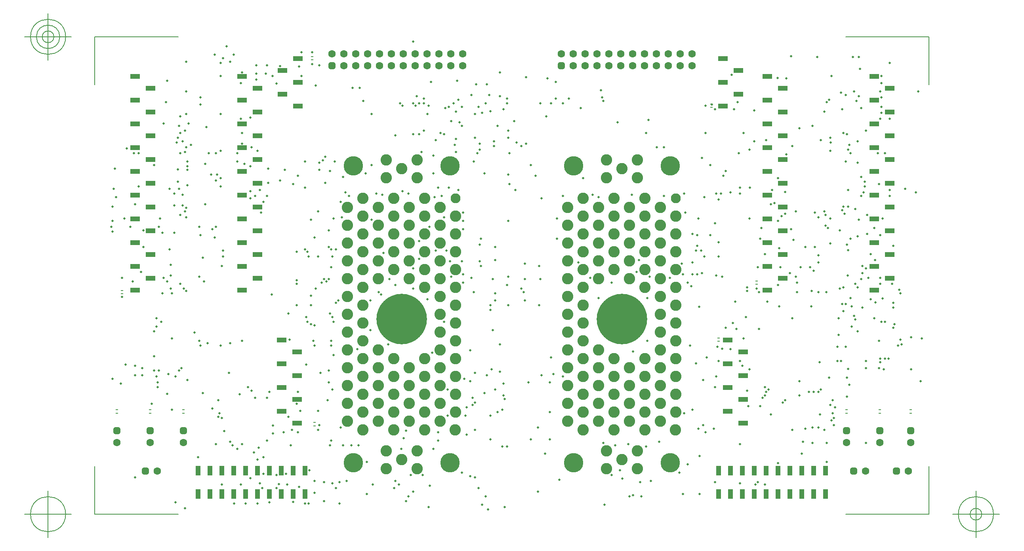
<source format=gbr>
G04 Generated by Ultiboard 14.1 *
%FSLAX24Y24*%
%MOIN*%

%ADD10C,0.0001*%
%ADD11C,0.0050*%
%ADD12R,0.0394X0.0787*%
%ADD13C,0.1630*%
%ADD14C,0.4252*%
%ADD15C,0.0953*%
%ADD16C,0.0833*%
%ADD17C,0.0633*%
%ADD18R,0.0208X0.0208*%
%ADD19C,0.0392*%
%ADD20C,0.0197*%
%ADD21R,0.0197X0.0098*%
%ADD22R,0.0787X0.0394*%


G04 ColorRGB FF00CC for the following layer *
%LNSolder Mask Top*%
%LPD*%
G54D10*
G54D11*
X-100Y-100D02*
X-100Y3920D01*
X-100Y-100D02*
X6920Y-100D01*
X70100Y-100D02*
X63080Y-100D01*
X70100Y-100D02*
X70100Y3920D01*
X70100Y40100D02*
X70100Y36080D01*
X70100Y40100D02*
X63080Y40100D01*
X-100Y40100D02*
X6920Y40100D01*
X-100Y40100D02*
X-100Y36080D01*
X-2069Y-100D02*
X-6006Y-100D01*
X-4037Y-2069D02*
X-4037Y1869D01*
X-5513Y-100D02*
G75*
D01*
G02X-5513Y-100I1476J0*
G01*
X72069Y-100D02*
X76006Y-100D01*
X74037Y-2069D02*
X74037Y1869D01*
X72561Y-100D02*
G75*
D01*
G02X72561Y-100I1476J0*
G01*
X73545Y-100D02*
G75*
D01*
G02X73545Y-100I492J0*
G01*
X-2069Y40100D02*
X-6006Y40100D01*
X-4037Y38131D02*
X-4037Y42069D01*
X-5513Y40100D02*
G75*
D01*
G02X-5513Y40100I1476J0*
G01*
X-5021Y40100D02*
G75*
D01*
G02X-5021Y40100I984J0*
G01*
X-4529Y40100D02*
G75*
D01*
G02X-4529Y40100I492J0*
G01*
G54D12*
X52400Y1600D03*
X53400Y1600D03*
X54400Y1600D03*
X55400Y1600D03*
X56400Y1600D03*
X57400Y1600D03*
X58400Y1600D03*
X59400Y1600D03*
X60400Y1600D03*
X61400Y1600D03*
X52400Y3584D03*
X53400Y3584D03*
X54400Y3584D03*
X55400Y3584D03*
X56400Y3584D03*
X57400Y3584D03*
X58400Y3584D03*
X59400Y3584D03*
X60400Y3584D03*
X61400Y3584D03*
X8600Y1600D03*
X9600Y1600D03*
X10600Y1600D03*
X11600Y1600D03*
X12600Y1600D03*
X13600Y1600D03*
X14600Y1600D03*
X15600Y1600D03*
X16600Y1600D03*
X17600Y1600D03*
X8600Y3584D03*
X9600Y3584D03*
X10600Y3584D03*
X11600Y3584D03*
X12600Y3584D03*
X13600Y3584D03*
X14600Y3584D03*
X15600Y3584D03*
X16600Y3584D03*
X17600Y3584D03*
G54D13*
X40190Y29250D03*
X48310Y29250D03*
X40190Y4250D03*
X48310Y4250D03*
X21650Y29250D03*
X29770Y29250D03*
X21650Y4250D03*
X29770Y4250D03*
G54D14*
X44250Y16325D03*
X25710Y16325D03*
G54D15*
X48800Y14500D03*
X47500Y13750D03*
X47500Y7750D03*
X48750Y7000D03*
X47500Y9250D03*
X46200Y13000D03*
X48800Y13000D03*
X48800Y19000D03*
X48800Y25000D03*
X44900Y7750D03*
X45550Y5250D03*
X45550Y3750D03*
X44900Y10750D03*
X44900Y9250D03*
X44900Y12250D03*
X44250Y29000D03*
X45550Y29750D03*
X45550Y28250D03*
X43600Y13000D03*
X43600Y11500D03*
X44250Y4500D03*
X42950Y29750D03*
X42950Y28250D03*
X39700Y7750D03*
X42950Y3750D03*
X39700Y13750D03*
X39700Y10750D03*
X39700Y9250D03*
X39700Y12250D03*
X39700Y16750D03*
X39700Y15250D03*
X39700Y18250D03*
X39700Y19750D03*
X44900Y19750D03*
X47500Y19750D03*
X41000Y20500D03*
X43600Y20500D03*
X39700Y21250D03*
X44900Y21250D03*
X47500Y21250D03*
X41000Y22000D03*
X43600Y22000D03*
X46200Y22000D03*
X39700Y22750D03*
X42300Y22750D03*
X44900Y22750D03*
X41000Y23500D03*
X43600Y23500D03*
X39700Y24250D03*
X42300Y24250D03*
X44900Y24250D03*
X41000Y25000D03*
X43600Y25000D03*
X39700Y25750D03*
X42300Y25750D03*
X44900Y25750D03*
X47500Y25750D03*
X43600Y26500D03*
X41000Y26500D03*
X41000Y14500D03*
X42300Y13750D03*
X41000Y13000D03*
X41000Y11500D03*
X42300Y12250D03*
X41000Y17500D03*
X41000Y16000D03*
X48800Y20500D03*
X47500Y15250D03*
X47500Y16750D03*
X48800Y17500D03*
X48800Y16000D03*
X48800Y23500D03*
X48800Y22000D03*
X41000Y19000D03*
X42300Y19750D03*
X46200Y19000D03*
X47500Y18250D03*
X46200Y20500D03*
X42300Y21250D03*
X47500Y22750D03*
X46200Y23500D03*
X47500Y24250D03*
X46200Y25000D03*
X46200Y26500D03*
X43600Y10000D03*
X43600Y8500D03*
X43600Y7000D03*
X42300Y7750D03*
X41000Y8500D03*
X41000Y7000D03*
X41000Y10000D03*
X42300Y10750D03*
X42300Y9250D03*
X48800Y8500D03*
X46200Y8500D03*
X46200Y7000D03*
X47500Y10750D03*
X47500Y12250D03*
X46200Y11500D03*
X46200Y10000D03*
X48800Y11500D03*
X48800Y10000D03*
X42950Y5250D03*
X30260Y13000D03*
X30260Y14500D03*
X28960Y13750D03*
X28960Y7750D03*
X30210Y7000D03*
X28960Y9250D03*
X27660Y13000D03*
X30260Y19000D03*
X30260Y25000D03*
X26360Y7750D03*
X27010Y5250D03*
X27010Y3750D03*
X26360Y10750D03*
X26360Y9250D03*
X26360Y12250D03*
X25710Y29000D03*
X27010Y29750D03*
X27010Y28250D03*
X25060Y13000D03*
X25060Y11500D03*
X25710Y4500D03*
X24410Y29750D03*
X24410Y28250D03*
X21160Y7750D03*
X24410Y3750D03*
X21160Y13750D03*
X21160Y10750D03*
X21160Y9250D03*
X21160Y12250D03*
X21160Y16750D03*
X21160Y15250D03*
X21160Y18250D03*
X21160Y19750D03*
X26360Y19750D03*
X28960Y19750D03*
X22460Y20500D03*
X25060Y20500D03*
X21160Y21250D03*
X26360Y21250D03*
X28960Y21250D03*
X22460Y22000D03*
X25060Y22000D03*
X27660Y22000D03*
X21160Y22750D03*
X23760Y22750D03*
X26360Y22750D03*
X22460Y23500D03*
X25060Y23500D03*
X21160Y24250D03*
X23760Y24250D03*
X26360Y24250D03*
X22460Y25000D03*
X25060Y25000D03*
X21160Y25750D03*
X23760Y25750D03*
X26360Y25750D03*
X28960Y25750D03*
X25060Y26500D03*
X22460Y26500D03*
X22460Y14500D03*
X23760Y13750D03*
X22460Y13000D03*
X22460Y11500D03*
X23760Y12250D03*
X22460Y17500D03*
X22460Y16000D03*
X30260Y20500D03*
X28960Y15250D03*
X28960Y16750D03*
X30260Y17500D03*
X30260Y16000D03*
X30260Y23500D03*
X30260Y22000D03*
X22460Y19000D03*
X23760Y19750D03*
X27660Y19000D03*
X28960Y18250D03*
X27660Y20500D03*
X23760Y21250D03*
X28960Y22750D03*
X27660Y23500D03*
X28960Y24250D03*
X27660Y25000D03*
X27660Y26500D03*
X25060Y10000D03*
X25060Y8500D03*
X25060Y7000D03*
X23760Y7750D03*
X22460Y8500D03*
X22460Y7000D03*
X22460Y10000D03*
X23760Y10750D03*
X23760Y9250D03*
X30260Y8500D03*
X27660Y8500D03*
X27660Y7000D03*
X28960Y10750D03*
X28960Y12250D03*
X27660Y11500D03*
X27660Y10000D03*
X30260Y11500D03*
X30260Y10000D03*
X24410Y5250D03*
G54D16*
X48800Y26500D03*
X30260Y26500D03*
G54D17*
X45140Y37660D03*
X45140Y38660D03*
X39140Y38660D03*
X42140Y37660D03*
X42140Y38660D03*
X41140Y37660D03*
X40140Y37660D03*
X40140Y38660D03*
X41140Y38660D03*
X43140Y37660D03*
X44140Y37660D03*
X43140Y38660D03*
X44140Y38660D03*
X48140Y37660D03*
X48140Y38660D03*
X46140Y37660D03*
X47140Y37660D03*
X47140Y38660D03*
X46140Y38660D03*
X49140Y37660D03*
X50140Y37660D03*
X50140Y38660D03*
X49140Y38660D03*
X25860Y37660D03*
X25860Y38660D03*
X19860Y38660D03*
X22860Y37660D03*
X22860Y38660D03*
X21860Y37660D03*
X20860Y37660D03*
X20860Y38660D03*
X21860Y38660D03*
X23860Y37660D03*
X24860Y37660D03*
X23860Y38660D03*
X24860Y38660D03*
X28860Y37660D03*
X28860Y38660D03*
X26860Y37660D03*
X27860Y37660D03*
X27860Y38660D03*
X26860Y38660D03*
X29860Y37660D03*
X30860Y37660D03*
X30860Y38660D03*
X29860Y38660D03*
X5140Y3540D03*
X4540Y5940D03*
X7340Y5940D03*
X1740Y5940D03*
X64740Y3540D03*
X68340Y3540D03*
X63140Y5940D03*
X65940Y5940D03*
X68540Y5940D03*
G54D18*
X39140Y37660D03*
X19860Y37660D03*
X4140Y3540D03*
X4540Y6940D03*
X7340Y6940D03*
X1740Y6940D03*
X63740Y3540D03*
X67340Y3540D03*
X63140Y6940D03*
X65940Y6940D03*
X68540Y6940D03*
G54D19*
X39036Y37556D02*
X39244Y37556D01*
X39244Y37764D01*
X39036Y37764D01*
X39036Y37556D01*D02*
X19756Y37556D02*
X19964Y37556D01*
X19964Y37764D01*
X19756Y37764D01*
X19756Y37556D01*D02*
X4036Y3436D02*
X4244Y3436D01*
X4244Y3644D01*
X4036Y3644D01*
X4036Y3436D01*D02*
X4436Y6836D02*
X4644Y6836D01*
X4644Y7044D01*
X4436Y7044D01*
X4436Y6836D01*D02*
X7236Y6836D02*
X7444Y6836D01*
X7444Y7044D01*
X7236Y7044D01*
X7236Y6836D01*D02*
X1636Y6836D02*
X1844Y6836D01*
X1844Y7044D01*
X1636Y7044D01*
X1636Y6836D01*D02*
X63636Y3436D02*
X63844Y3436D01*
X63844Y3644D01*
X63636Y3644D01*
X63636Y3436D01*D02*
X67236Y3436D02*
X67444Y3436D01*
X67444Y3644D01*
X67236Y3644D01*
X67236Y3436D01*D02*
X63036Y6836D02*
X63244Y6836D01*
X63244Y7044D01*
X63036Y7044D01*
X63036Y6836D01*D02*
X65836Y6836D02*
X66044Y6836D01*
X66044Y7044D01*
X65836Y7044D01*
X65836Y6836D01*D02*
X68436Y6836D02*
X68644Y6836D01*
X68644Y7044D01*
X68436Y7044D01*
X68436Y6836D01*D02*
G54D20*
X30300Y33800D03*
X33800Y32600D03*
X33182Y33818D03*
X33800Y8500D03*
X11300Y14300D03*
X12300Y14500D03*
X8800Y14100D03*
X8700Y14500D03*
X19800Y14500D03*
X18400Y15800D03*
X17800Y16100D03*
X19900Y16500D03*
X24200Y21900D03*
X5100Y15700D03*
X5500Y16100D03*
X22100Y5700D03*
X5100Y16400D03*
X21500Y5700D03*
X17900Y21600D03*
X18700Y21600D03*
X19900Y21600D03*
X10100Y28000D03*
X9700Y28500D03*
X62000Y8400D03*
X64200Y35100D03*
X66100Y35000D03*
X66000Y35500D03*
X43700Y5700D03*
X59200Y11100D03*
X66100Y34200D03*
X62700Y35400D03*
X42600Y35000D03*
X39800Y34900D03*
X38700Y34900D03*
X38500Y11700D03*
X39300Y11500D03*
X52600Y26900D03*
X64500Y20800D03*
X49300Y21000D03*
X59000Y19400D03*
X49800Y19400D03*
X12300Y32000D03*
X27400Y30400D03*
X11300Y6000D03*
X11500Y5700D03*
X11900Y5400D03*
X17600Y800D03*
X12200Y2400D03*
X16580Y920D03*
X12300Y5800D03*
X14100Y3300D03*
X13000Y2950D03*
X14100Y4700D03*
X13600Y4500D03*
X20500Y2600D03*
X19900Y2500D03*
X20500Y800D03*
X16488Y7000D03*
X13100Y10300D03*
X10600Y2400D03*
X12800Y10600D03*
X8600Y4700D03*
X19200Y2600D03*
X19200Y1000D03*
X12600Y800D03*
X28600Y31400D03*
X30800Y21200D03*
X32400Y20800D03*
X31600Y19800D03*
X32300Y21200D03*
X32300Y22600D03*
X7500Y400D03*
X20200Y2100D03*
X25100Y2100D03*
X32175Y2100D03*
X19800Y20700D03*
X10600Y20800D03*
X10100Y24100D03*
X11606Y800D03*
X17100Y2200D03*
X17900Y800D03*
X14000Y2100D03*
X31600Y35200D03*
X59000Y18600D03*
X9800Y23900D03*
X19700Y16800D03*
X16200Y16800D03*
X26300Y26900D03*
X21000Y27000D03*
X20800Y28300D03*
X17000Y28400D03*
X12500Y29400D03*
X18800Y28900D03*
X52100Y10600D03*
X61700Y11400D03*
X63200Y11400D03*
X66800Y26700D03*
X64400Y26700D03*
X52400Y22800D03*
X52400Y26400D03*
X50200Y20100D03*
X49400Y20100D03*
X63100Y35200D03*
X55800Y18600D03*
X26100Y1000D03*
X1300Y24099D03*
X2900Y24100D03*
X5300Y24100D03*
X45900Y1400D03*
X8700Y24100D03*
X46300Y5600D03*
X63800Y35500D03*
X64200Y38400D03*
X69400Y11100D03*
X69500Y14700D03*
X68600Y12100D03*
X68600Y14800D03*
X69200Y35500D03*
X45800Y2600D03*
X44100Y3600D03*
X63100Y29600D03*
X54100Y30300D03*
X50600Y23400D03*
X50600Y22500D03*
X58900Y19900D03*
X55000Y24800D03*
X50700Y24800D03*
X64600Y27000D03*
X66800Y27200D03*
X69000Y27000D03*
X49400Y1600D03*
X50800Y1600D03*
X16196Y8100D03*
X6700Y900D03*
X34700Y17500D03*
X37400Y19700D03*
X55000Y30600D03*
X29800Y21200D03*
X38800Y24800D03*
X38800Y23100D03*
X17700Y16500D03*
X57500Y22300D03*
X48300Y19800D03*
X45500Y20300D03*
X60100Y20700D03*
X57482Y17400D03*
X50739Y17361D03*
X32100Y30300D03*
X32400Y23100D03*
X33300Y12100D03*
X64400Y28300D03*
X28400Y30100D03*
X37300Y17500D03*
X37300Y20800D03*
X43400Y19400D03*
X24700Y19700D03*
X18300Y14500D03*
X52200Y11500D03*
X36100Y19700D03*
X36100Y21000D03*
X10199Y28499D03*
X6900Y27900D03*
X23200Y24700D03*
X23200Y29300D03*
X34700Y19900D03*
X64200Y24700D03*
X9500Y30300D03*
X31800Y29600D03*
X30800Y32600D03*
X66800Y37900D03*
X64400Y19700D03*
X66000Y19800D03*
X33600Y18500D03*
X33600Y21300D03*
X29700Y27400D03*
X29300Y31900D03*
X25200Y31800D03*
X60500Y22400D03*
X27500Y3200D03*
X28800Y6100D03*
X13000Y26500D03*
X51191Y21600D03*
X52700Y19900D03*
X50600Y20100D03*
X14600Y900D03*
X60800Y21100D03*
X60400Y20400D03*
X57600Y20700D03*
X57400Y19200D03*
X45700Y21300D03*
X50499Y22099D03*
X27900Y18000D03*
X55013Y27400D03*
X29500Y22100D03*
X41600Y19800D03*
X3300Y12400D03*
X3300Y11612D03*
X50100Y19100D03*
X64100Y23300D03*
X4000Y22400D03*
X6200Y22200D03*
X13600Y30500D03*
X3600Y27500D03*
X6700Y11500D03*
X13400Y26700D03*
X34000Y37100D03*
X51000Y20200D03*
X59300Y20700D03*
X46400Y14500D03*
X14268Y37000D03*
X42300Y18100D03*
X50200Y21100D03*
X7700Y29200D03*
X6200Y27300D03*
X18800Y37700D03*
X7600Y25700D03*
X10500Y36800D03*
X21600Y35800D03*
X6300Y18900D03*
X6100Y11700D03*
X31900Y3000D03*
X49100Y3400D03*
X30800Y3400D03*
X6400Y14700D03*
X37900Y33400D03*
X64000Y34700D03*
X23200Y33600D03*
X27900Y33600D03*
X9200Y29400D03*
X50200Y8700D03*
X42800Y700D03*
X20600Y7200D03*
X25200Y2700D03*
X39000Y2800D03*
X18500Y18900D03*
X44300Y2900D03*
X66400Y16100D03*
X58600Y30900D03*
X61900Y36800D03*
X18400Y1700D03*
X59200Y32400D03*
X29400Y34100D03*
X19700Y28800D03*
X11600Y38600D03*
X15500Y28000D03*
X17600Y29600D03*
X23300Y2400D03*
X30500Y34800D03*
X40800Y34100D03*
X31200Y6600D03*
X8300Y15200D03*
X46300Y32000D03*
X19300Y27800D03*
X64400Y34100D03*
X46500Y33100D03*
X56800Y26000D03*
X7700Y28900D03*
X17600Y27400D03*
X45200Y1500D03*
X3300Y3000D03*
X51700Y23400D03*
X56400Y31400D03*
X37200Y1800D03*
X2400Y24800D03*
X7700Y29600D03*
X11300Y38000D03*
X53400Y27000D03*
X50200Y23500D03*
X18800Y29500D03*
X36200Y36700D03*
X36200Y31100D03*
X33000Y300D03*
X15900Y28900D03*
X35400Y31200D03*
X35200Y33000D03*
X28400Y5400D03*
X42500Y35600D03*
X27600Y34900D03*
X4900Y29300D03*
X53800Y17800D03*
X53700Y34000D03*
X27000Y35100D03*
X30800Y34200D03*
X32200Y34200D03*
X43900Y32900D03*
X2500Y12500D03*
X19600Y23800D03*
X57100Y26100D03*
X7000Y27300D03*
X22500Y34700D03*
X11000Y39300D03*
X38200Y6200D03*
X47400Y6000D03*
X18700Y7000D03*
X25500Y2400D03*
X43400Y3200D03*
X16600Y27700D03*
X13400Y9700D03*
X32800Y1400D03*
X13800Y27200D03*
X26700Y39700D03*
X47200Y30800D03*
X65500Y24000D03*
X63300Y30600D03*
X51300Y32000D03*
X34700Y31600D03*
X32300Y31100D03*
X55900Y9000D03*
X57400Y4200D03*
X49500Y8400D03*
X49800Y4100D03*
X23100Y15400D03*
X28050Y24100D03*
X6600Y23600D03*
X51000Y29900D03*
X53000Y28800D03*
X53000Y15600D03*
X51100Y11200D03*
X30600Y32900D03*
X5700Y32800D03*
X12200Y36200D03*
X7000Y32600D03*
X5400Y24800D03*
X7300Y25900D03*
X6000Y19500D03*
X7100Y19300D03*
X54400Y12400D03*
X44800Y5800D03*
X44900Y1400D03*
X64500Y20200D03*
X5900Y34600D03*
X31900Y11800D03*
X30300Y11500D03*
X52800Y28400D03*
X8800Y34400D03*
X54200Y12800D03*
X54200Y26900D03*
X47800Y30800D03*
X12200Y33200D03*
X37500Y11600D03*
X36600Y29300D03*
X32300Y30600D03*
X30200Y31000D03*
X32500Y700D03*
X21100Y2700D03*
X14400Y9700D03*
X11200Y11800D03*
X5200Y11000D03*
X1500Y27300D03*
X1600Y29000D03*
X37800Y5000D03*
X34800Y30300D03*
X30300Y30400D03*
X41000Y28200D03*
X33600Y10400D03*
X36000Y18600D03*
X33200Y17500D03*
X28000Y500D03*
X19800Y6100D03*
X11900Y30300D03*
X10500Y28200D03*
X16300Y14600D03*
X18700Y8600D03*
X28500Y26600D03*
X54500Y32000D03*
X54200Y27400D03*
X64700Y27500D03*
X53600Y16000D03*
X34400Y9600D03*
X34300Y9900D03*
X18100Y24700D03*
X19900Y10400D03*
X22800Y4300D03*
X31800Y18600D03*
X65550Y21300D03*
X13000Y29200D03*
X34400Y500D03*
X34200Y5600D03*
X34600Y5600D03*
X33600Y17900D03*
X1400Y11300D03*
X1400Y24600D03*
X1400Y23700D03*
X1400Y25800D03*
X1700Y26600D03*
X10500Y27500D03*
X10100Y30300D03*
X28100Y2300D03*
X26300Y1400D03*
X22800Y1600D03*
X34000Y11900D03*
X25900Y6300D03*
X38300Y13100D03*
X38300Y34500D03*
X39300Y34500D03*
X14900Y6700D03*
X14882Y7360D03*
X42700Y34700D03*
X4900Y15300D03*
X31700Y9700D03*
X32700Y10100D03*
X34200Y8700D03*
X10700Y22100D03*
X13300Y5100D03*
X16100Y2400D03*
X32900Y11600D03*
X17700Y12500D03*
X6900Y28950D03*
X9000Y21500D03*
X14100Y26200D03*
X46700Y2700D03*
X61800Y22700D03*
X3300Y26000D03*
X26700Y1800D03*
X26500Y3200D03*
X6875Y31600D03*
X7500Y30400D03*
X7100Y30300D03*
X66000Y33200D03*
X64900Y23500D03*
X53500Y36900D03*
X37000Y28400D03*
X32700Y28600D03*
X31900Y31600D03*
X31900Y33600D03*
X33100Y35200D03*
X34600Y34900D03*
X30300Y31500D03*
X33500Y30900D03*
X35800Y30900D03*
X33600Y22400D03*
X35800Y18900D03*
X33400Y19700D03*
X64700Y27900D03*
X33200Y17100D03*
X65900Y27700D03*
X68100Y27300D03*
X67100Y17300D03*
X64500Y17300D03*
X62500Y15000D03*
X62500Y16400D03*
X58600Y16400D03*
X51700Y29300D03*
X49500Y26900D03*
X41800Y26800D03*
X33500Y31300D03*
X7600Y35500D03*
X18100Y15900D03*
X20000Y16100D03*
X9400Y14300D03*
X38700Y36300D03*
X20100Y29600D03*
X10500Y14100D03*
X18400Y14100D03*
X19800Y14100D03*
X20600Y26200D03*
X18700Y25400D03*
X24100Y26800D03*
X21300Y26700D03*
X22700Y28600D03*
X13900Y25300D03*
X29700Y34200D03*
X29000Y32000D03*
X50909Y22091D03*
X63300Y22150D03*
X44900Y24200D03*
X7700Y11200D03*
X31500Y11100D03*
X38200Y8500D03*
X36400Y11000D03*
X38200Y11000D03*
X31500Y13700D03*
X66100Y33700D03*
X30400Y36400D03*
X31500Y3100D03*
X32000Y36100D03*
X66200Y18075D03*
X46600Y19900D03*
X33400Y15400D03*
X63800Y16600D03*
X66000Y23400D03*
X66000Y19300D03*
X63900Y19300D03*
X61800Y24800D03*
X60800Y24900D03*
X61800Y30500D03*
X34000Y35100D03*
X34000Y14200D03*
X13000Y27100D03*
X60800Y21700D03*
X52100Y34000D03*
X14850Y36800D03*
X52200Y20000D03*
X14500Y27800D03*
X58400Y20200D03*
X52400Y12800D03*
X50500Y12600D03*
X15200Y36161D03*
X14400Y26700D03*
X28200Y36300D03*
X32900Y36100D03*
X32500Y33700D03*
X33200Y8200D03*
X33200Y6200D03*
X31100Y8200D03*
X36600Y6200D03*
X56300Y10600D03*
X56300Y21800D03*
X59700Y22400D03*
X18500Y36000D03*
X6800Y31200D03*
X7500Y32200D03*
X3600Y30300D03*
X15800Y6800D03*
X51823Y34400D03*
X60500Y25300D03*
X61400Y25100D03*
X61000Y31400D03*
X61825Y31200D03*
X60300Y32600D03*
X17300Y36800D03*
X57358Y36642D03*
X17300Y38800D03*
X18200Y38800D03*
X65900Y12200D03*
X53900Y15500D03*
X60200Y17400D03*
X56500Y17800D03*
X60205Y18700D03*
X63000Y25200D03*
X13500Y36500D03*
X59500Y6000D03*
X60300Y5900D03*
X58600Y7000D03*
X63200Y9800D03*
X63300Y12130D03*
X64800Y12200D03*
X4900Y12000D03*
X5100Y11500D03*
X3900Y12200D03*
X2200Y19800D03*
X3100Y19500D03*
X5700Y19800D03*
X6300Y20000D03*
X6600Y26900D03*
X7700Y27600D03*
X7300Y31300D03*
X7800Y32800D03*
X7600Y33600D03*
X13500Y37000D03*
X13600Y800D03*
X17000Y6800D03*
X9000Y10100D03*
X17000Y10200D03*
X6600Y25900D03*
X15200Y2100D03*
X6400Y8700D03*
X9800Y8800D03*
X55800Y15500D03*
X60800Y18600D03*
X60900Y12700D03*
X13700Y5500D03*
X14400Y6100D03*
X15200Y3200D03*
X64100Y15300D03*
X65200Y18000D03*
X42700Y5900D03*
X65200Y21800D03*
X25700Y5400D03*
X64900Y25100D03*
X20800Y5700D03*
X19700Y5700D03*
X14600Y10200D03*
X5200Y10600D03*
X2100Y10900D03*
X14400Y37700D03*
X15500Y37643D03*
X17100Y37600D03*
X10000Y38600D03*
X64100Y31300D03*
X58500Y23900D03*
X29100Y26700D03*
X28800Y27400D03*
X22200Y35800D03*
X19300Y30000D03*
X14500Y29000D03*
X27200Y34500D03*
X27200Y31900D03*
X26700Y31900D03*
X34700Y28500D03*
X34700Y32200D03*
X34600Y34500D03*
X34700Y24600D03*
X52100Y24400D03*
X52200Y26900D03*
X27600Y32200D03*
X27600Y34500D03*
X37500Y26500D03*
X30100Y34500D03*
X37400Y34500D03*
X32800Y34500D03*
X35300Y27200D03*
X34300Y34000D03*
X34800Y27700D03*
X34296Y10904D03*
X49600Y25300D03*
X58000Y25200D03*
X52400Y21600D03*
X63500Y23100D03*
X27200Y21400D03*
X19800Y22200D03*
X61700Y34800D03*
X20000Y24800D03*
X62200Y8900D03*
X58100Y36600D03*
X58100Y30200D03*
X63500Y30300D03*
X59400Y5000D03*
X62100Y8000D03*
X22000Y13800D03*
X18100Y17500D03*
X10500Y30500D03*
X59700Y7100D03*
X55000Y12100D03*
X61900Y7800D03*
X57700Y25000D03*
X58000Y27050D03*
X67000Y19300D03*
X66000Y12700D03*
X60800Y10200D03*
X57400Y24600D03*
X66800Y33200D03*
X66200Y24800D03*
X67100Y22500D03*
X28600Y22100D03*
X61500Y34600D03*
X18900Y11800D03*
X8800Y23400D03*
X30900Y25300D03*
X6300Y20900D03*
X3800Y20300D03*
X42300Y26600D03*
X8000Y31000D03*
X11900Y29600D03*
X7600Y24900D03*
X7600Y18700D03*
X7200Y12200D03*
X10800Y6900D03*
X7600Y30800D03*
X13097Y30797D03*
X7500Y25400D03*
X7400Y18900D03*
X7000Y12000D03*
X10600Y8000D03*
X18400Y23200D03*
X64800Y20600D03*
X5300Y12000D03*
X10400Y8400D03*
X16900Y17500D03*
X10000Y23200D03*
X65000Y19800D03*
X19600Y22400D03*
X55400Y31300D03*
X55400Y33900D03*
X5600Y18500D03*
X5600Y23600D03*
X10700Y38300D03*
X12100Y10000D03*
X20700Y24900D03*
X61300Y33800D03*
X10300Y8100D03*
X4700Y9200D03*
X2600Y30700D03*
X3200Y30300D03*
X6000Y36400D03*
X38000Y36600D03*
X19100Y29700D03*
X63400Y31000D03*
X63200Y22600D03*
X58900Y25400D03*
X25600Y34500D03*
X26700Y34500D03*
X56000Y24000D03*
X26900Y34300D03*
X55900Y23100D03*
X29900Y33000D03*
X13000Y33300D03*
X8800Y35000D03*
X55700Y20700D03*
X25800Y34300D03*
X54800Y19000D03*
X34600Y19200D03*
X28000Y34300D03*
X54700Y16500D03*
X54500Y14700D03*
X10700Y21600D03*
X10500Y33600D03*
X51400Y13100D03*
X62400Y12800D03*
X17600Y22200D03*
X31900Y9300D03*
X62700Y12800D03*
X17800Y22000D03*
X29600Y8200D03*
X62400Y14000D03*
X16900Y22000D03*
X30500Y27200D03*
X62600Y23800D03*
X63100Y14000D03*
X20200Y22200D03*
X30900Y24600D03*
X61600Y24000D03*
X65600Y17738D03*
X27200Y22900D03*
X30900Y23900D03*
X62800Y17600D03*
X23100Y17900D03*
X29900Y19900D03*
X40600Y21100D03*
X54800Y18700D03*
X62900Y17000D03*
X63600Y15700D03*
X26700Y18900D03*
X63100Y17600D03*
X20400Y17900D03*
X23800Y18600D03*
X46400Y18100D03*
X63600Y17400D03*
X20200Y17700D03*
X19000Y19400D03*
X63900Y16300D03*
X16900Y19300D03*
X50000Y14100D03*
X65500Y16400D03*
X16900Y19600D03*
X66100Y16100D03*
X18100Y18300D03*
X31200Y8900D03*
X62100Y7400D03*
X67200Y15900D03*
X14800Y18400D03*
X31900Y7000D03*
X63400Y10800D03*
X67100Y15600D03*
X19200Y19700D03*
X29300Y24900D03*
X61400Y24200D03*
X19400Y19500D03*
X67600Y18800D03*
X19600Y19700D03*
X26700Y20600D03*
X30900Y20100D03*
X67100Y17700D03*
X67700Y14600D03*
X25200Y19200D03*
X30900Y19400D03*
X67700Y18500D03*
X24000Y18400D03*
X36100Y17900D03*
X52300Y14000D03*
X67800Y14200D03*
X24600Y14200D03*
X29300Y16100D03*
X67500Y14100D03*
X20000Y13300D03*
X28300Y13500D03*
X45200Y13600D03*
X51300Y6800D03*
X19600Y12000D03*
X31000Y11300D03*
X51100Y7400D03*
X19600Y11000D03*
X29600Y10400D03*
X19500Y9500D03*
X31700Y9100D03*
X56800Y8300D03*
X66700Y13000D03*
X61300Y7000D03*
X64100Y19000D03*
X63300Y25800D03*
X64800Y32200D03*
X54800Y10300D03*
X60800Y7200D03*
X66400Y13000D03*
X63500Y18100D03*
X63900Y25600D03*
X66400Y30300D03*
X66100Y36200D03*
X56900Y27200D03*
X62900Y25800D03*
X54900Y9000D03*
X60300Y7200D03*
X66000Y13000D03*
X62600Y18900D03*
X62800Y25500D03*
X62900Y32000D03*
X57400Y28200D03*
X58700Y23000D03*
X62900Y19000D03*
X63200Y31900D03*
X58000Y9500D03*
X57800Y9300D03*
X56100Y9700D03*
X55700Y2600D03*
X59200Y9900D03*
X56300Y9900D03*
X55500Y2400D03*
X60000Y10200D03*
X56400Y10200D03*
X60400Y10200D03*
X56600Y10400D03*
X61000Y10400D03*
X62000Y9500D03*
X61800Y9100D03*
X23600Y26900D03*
X26075Y6925D03*
X28800Y6800D03*
X9300Y32500D03*
X7100Y25100D03*
X7100Y32000D03*
X6000Y10039D03*
X9183Y26017D03*
X4900Y13200D03*
X7100Y33400D03*
X7300Y26800D03*
X3900Y11600D03*
X8677Y19900D03*
X9077Y19500D03*
X10300Y9500D03*
X6400Y18500D03*
X10100Y5800D03*
X47800Y26700D03*
X45100Y26800D03*
X50700Y7100D03*
X50800Y4800D03*
X37200Y7200D03*
X63300Y27200D03*
X61300Y25400D03*
X61449Y18600D03*
X61800Y31600D03*
X62800Y34000D03*
X63249Y20000D03*
X64100Y29500D03*
X64800Y12800D03*
X60912Y8300D03*
X65900Y14500D03*
X66300Y12100D03*
X61500Y5900D03*
X52000Y7100D03*
X53400Y13800D03*
X61500Y4300D03*
X54000Y34600D03*
X54200Y2500D03*
X52100Y2600D03*
X56300Y2400D03*
X66100Y36800D03*
X65800Y30300D03*
X55600Y18900D03*
X18800Y7400D03*
X17200Y8600D03*
X18200Y37800D03*
X17958Y3600D03*
X16000Y3300D03*
X13800Y2500D03*
X15400Y2422D03*
X18400Y2700D03*
X65900Y5900D03*
X64800Y5900D03*
X4000Y23800D03*
X12300Y37100D03*
X12300Y31100D03*
X2200Y18200D03*
X52700Y13850D03*
X51300Y34300D03*
X51200Y26600D03*
X58500Y38452D03*
X60700Y38400D03*
X63700Y38400D03*
X64300Y37400D03*
X13493Y37700D03*
X10500Y37900D03*
X7600Y38000D03*
X39300Y26700D03*
X28400Y28600D03*
X25800Y27100D03*
X16400Y5700D03*
X16900Y9200D03*
X54200Y5800D03*
G54D21*
X55600Y19252D03*
X55600Y19548D03*
X52400Y14452D03*
X52400Y14748D03*
X4540Y8392D03*
X4540Y8688D03*
X7340Y8392D03*
X7340Y8688D03*
X1740Y8392D03*
X1740Y8688D03*
X63140Y8392D03*
X63140Y8688D03*
X65940Y8392D03*
X65940Y8688D03*
X68540Y8392D03*
X68540Y8688D03*
X2198Y18452D03*
X2198Y18748D03*
X18200Y38152D03*
X18200Y38448D03*
X51798Y34152D03*
X51798Y34448D03*
X18400Y7332D03*
X18400Y7627D03*
G54D22*
X3292Y18779D03*
X4591Y19779D03*
X3292Y20779D03*
X4591Y21779D03*
X3292Y22779D03*
X4591Y23779D03*
X3292Y24779D03*
X4591Y25779D03*
X3292Y26779D03*
X4591Y27779D03*
X3292Y28779D03*
X4591Y29779D03*
X3292Y30779D03*
X4591Y31779D03*
X3292Y32779D03*
X4591Y33779D03*
X3292Y34779D03*
X4591Y35779D03*
X3292Y36779D03*
X12292Y18779D03*
X13591Y19779D03*
X12292Y20779D03*
X13591Y21779D03*
X12292Y22779D03*
X13591Y23779D03*
X12292Y24779D03*
X13591Y25779D03*
X12292Y26779D03*
X13591Y27779D03*
X12292Y28779D03*
X13591Y29779D03*
X12292Y30779D03*
X13591Y31779D03*
X12292Y32779D03*
X13591Y33779D03*
X12292Y34779D03*
X13591Y35779D03*
X12292Y36779D03*
X16993Y34279D03*
X15694Y35279D03*
X16993Y36279D03*
X15694Y37279D03*
X16993Y38279D03*
X52747Y34279D03*
X54046Y35279D03*
X52747Y36279D03*
X54046Y37279D03*
X52747Y38279D03*
X56492Y18779D03*
X57791Y19779D03*
X56492Y20779D03*
X57791Y21779D03*
X56492Y22779D03*
X57791Y23779D03*
X56492Y24779D03*
X57791Y25779D03*
X56492Y26779D03*
X57791Y27779D03*
X56492Y28779D03*
X57791Y29779D03*
X56492Y30779D03*
X57791Y31779D03*
X56492Y32779D03*
X57791Y33779D03*
X56492Y34779D03*
X57791Y35779D03*
X56492Y36779D03*
X65492Y18779D03*
X66791Y19779D03*
X65492Y20779D03*
X66791Y21779D03*
X65492Y22779D03*
X66791Y23779D03*
X65492Y24779D03*
X66791Y25779D03*
X65492Y26779D03*
X66791Y27779D03*
X65492Y28779D03*
X66791Y29779D03*
X65492Y30779D03*
X66791Y31779D03*
X65492Y32779D03*
X66791Y33779D03*
X65492Y34779D03*
X66791Y35779D03*
X65492Y36779D03*
X54450Y7579D03*
X54450Y9579D03*
X54450Y11579D03*
X54450Y13579D03*
X53150Y8579D03*
X53150Y10579D03*
X53150Y12579D03*
X53150Y14579D03*
X16906Y7579D03*
X15607Y8579D03*
X16906Y9579D03*
X15607Y10579D03*
X16906Y11579D03*
X15607Y12579D03*
X16906Y13579D03*
X15607Y14579D03*

M02*

</source>
